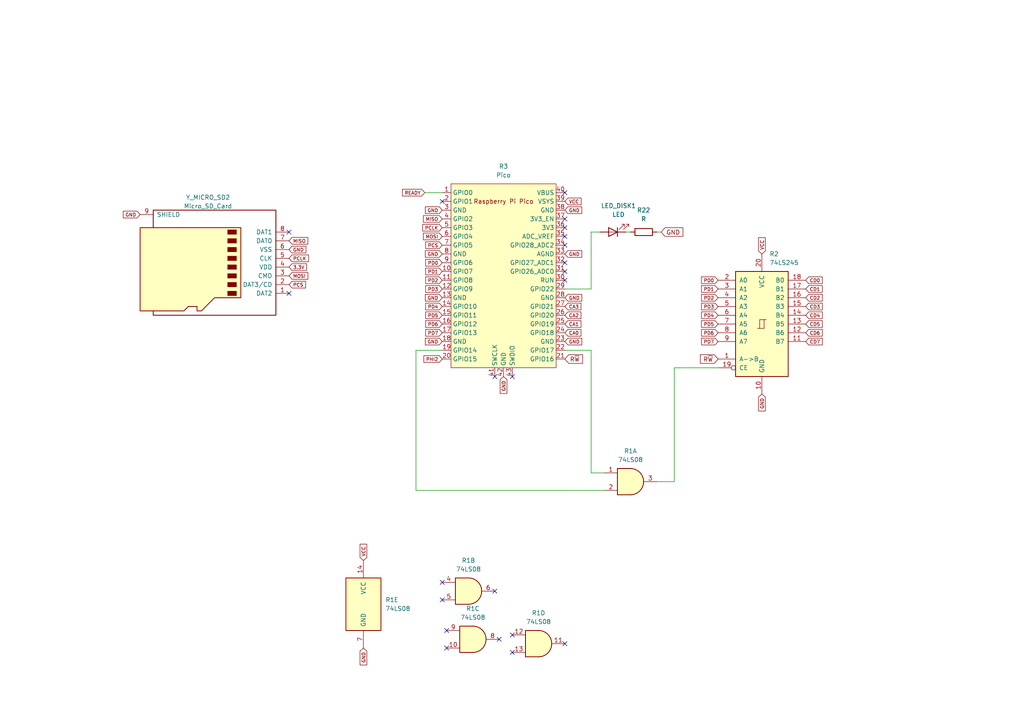
<source format=kicad_sch>
(kicad_sch (version 20231120) (generator "eeschema") (generator_version "8.0")
  (paper "A4")
  (lib_symbols
    (symbol "74xx:74LS08" (pin_names (offset 1.016))
      (property "Reference" "U" (at 0 1.27 0))
      (property "Value" "74LS08" (at 0 -1.27 0))
      (symbol "74LS08_1_1"
        (arc (start 0 -3.81) (mid 3.7934 0) (end 0 3.81) (stroke (width 0.254)) (fill (type background)))
        (polyline (pts (xy 0 3.81) (xy -3.81 3.81) (xy -3.81 -3.81) (xy 0 -3.81)) (stroke (width 0.254)) (fill (type background)))
        (pin input line (at -7.62 2.54 0) (length 3.81) (name "~") (number "1"))
        (pin input line (at -7.62 -2.54 0) (length 3.81) (name "~") (number "2"))
        (pin output line (at 7.62 0 180) (length 3.81) (name "~") (number "3"))
      )
      (symbol "74LS08_1_2"
        (arc (start -3.81 -3.81) (mid -2.589 0) (end -3.81 3.81) (stroke (width 0.254)))
        (arc (start -0.6096 -3.81) (mid 2.1842 -2.5851) (end 3.81 0) (stroke (width 0.254)) (fill (type background)))
        (polyline (pts (xy -3.81 -3.81) (xy -0.635 -3.81)) (stroke (width 0.254)) (fill (type background)))
        (polyline (pts (xy -3.81 3.81) (xy -0.635 3.81)) (stroke (width 0.254)) (fill (type background)))
        (polyline (pts (xy -0.635 3.81) (xy -3.81 3.81) (xy -3.81 3.81) (xy -3.556 3.4036) (xy -3.0226 2.2606) (xy -2.6924 1.0414) (xy -2.6162 -0.254) (xy -2.7686 -1.4986) (xy -3.175 -2.7178) (xy -3.81 -3.81) (xy -3.81 -3.81) (xy -0.635 -3.81)) (stroke (width -25.4)) (fill (type background)))
        (arc (start 3.81 0) (mid 2.1915 2.5936) (end -0.6096 3.81) (stroke (width 0.254)) (fill (type background)))
        (pin input inverted (at -7.62 2.54 0) (length 4.318) (name "~") (number "1"))
        (pin input inverted (at -7.62 -2.54 0) (length 4.318) (name "~") (number "2"))
        (pin output inverted (at 7.62 0 180) (length 3.81) (name "~") (number "3"))
      )
      (symbol "74LS08_2_1"
        (arc (start 0 -3.81) (mid 3.7934 0) (end 0 3.81) (stroke (width 0.254)) (fill (type background)))
        (polyline (pts (xy 0 3.81) (xy -3.81 3.81) (xy -3.81 -3.81) (xy 0 -3.81)) (stroke (width 0.254)) (fill (type background)))
        (pin input line (at -7.62 2.54 0) (length 3.81) (name "~") (number "4"))
        (pin input line (at -7.62 -2.54 0) (length 3.81) (name "~") (number "5"))
        (pin output line (at 7.62 0 180) (length 3.81) (name "~") (number "6"))
      )
      (symbol "74LS08_2_2"
        (arc (start -3.81 -3.81) (mid -2.589 0) (end -3.81 3.81) (stroke (width 0.254)))
        (arc (start -0.6096 -3.81) (mid 2.1842 -2.5851) (end 3.81 0) (stroke (width 0.254)) (fill (type background)))
        (polyline (pts (xy -3.81 -3.81) (xy -0.635 -3.81)) (stroke (width 0.254)) (fill (type background)))
        (polyline (pts (xy -3.81 3.81) (xy -0.635 3.81)) (stroke (width 0.254)) (fill (type background)))
        (polyline (pts (xy -0.635 3.81) (xy -3.81 3.81) (xy -3.81 3.81) (xy -3.556 3.4036) (xy -3.0226 2.2606) (xy -2.6924 1.0414) (xy -2.6162 -0.254) (xy -2.7686 -1.4986) (xy -3.175 -2.7178) (xy -3.81 -3.81) (xy -3.81 -3.81) (xy -0.635 -3.81)) (stroke (width -25.4)) (fill (type background)))
        (arc (start 3.81 0) (mid 2.1915 2.5936) (end -0.6096 3.81) (stroke (width 0.254)) (fill (type background)))
        (pin input inverted (at -7.62 2.54 0) (length 4.318) (name "~") (number "4"))
        (pin input inverted (at -7.62 -2.54 0) (length 4.318) (name "~") (number "5"))
        (pin output inverted (at 7.62 0 180) (length 3.81) (name "~") (number "6"))
      )
      (symbol "74LS08_3_1"
        (arc (start 0 -3.81) (mid 3.7934 0) (end 0 3.81) (stroke (width 0.254)) (fill (type background)))
        (polyline (pts (xy 0 3.81) (xy -3.81 3.81) (xy -3.81 -3.81) (xy 0 -3.81)) (stroke (width 0.254)) (fill (type background)))
        (pin input line (at -7.62 -2.54 0) (length 3.81) (name "~") (number "10"))
        (pin output line (at 7.62 0 180) (length 3.81) (name "~") (number "8"))
        (pin input line (at -7.62 2.54 0) (length 3.81) (name "~") (number "9"))
      )
      (symbol "74LS08_3_2"
        (arc (start -3.81 -3.81) (mid -2.589 0) (end -3.81 3.81) (stroke (width 0.254)))
        (arc (start -0.6096 -3.81) (mid 2.1842 -2.5851) (end 3.81 0) (stroke (width 0.254)) (fill (type background)))
        (polyline (pts (xy -3.81 -3.81) (xy -0.635 -3.81)) (stroke (width 0.254)) (fill (type background)))
        (polyline (pts (xy -3.81 3.81) (xy -0.635 3.81)) (stroke (width 0.254)) (fill (type background)))
        (polyline (pts (xy -0.635 3.81) (xy -3.81 3.81) (xy -3.81 3.81) (xy -3.556 3.4036) (xy -3.0226 2.2606) (xy -2.6924 1.0414) (xy -2.6162 -0.254) (xy -2.7686 -1.4986) (xy -3.175 -2.7178) (xy -3.81 -3.81) (xy -3.81 -3.81) (xy -0.635 -3.81)) (stroke (width -25.4)) (fill (type background)))
        (arc (start 3.81 0) (mid 2.1915 2.5936) (end -0.6096 3.81) (stroke (width 0.254)) (fill (type background)))
        (pin input inverted (at -7.62 -2.54 0) (length 4.318) (name "~") (number "10"))
        (pin output inverted (at 7.62 0 180) (length 3.81) (name "~") (number "8"))
        (pin input inverted (at -7.62 2.54 0) (length 4.318) (name "~") (number "9"))
      )
      (symbol "74LS08_4_1"
        (arc (start 0 -3.81) (mid 3.7934 0) (end 0 3.81) (stroke (width 0.254)) (fill (type background)))
        (polyline (pts (xy 0 3.81) (xy -3.81 3.81) (xy -3.81 -3.81) (xy 0 -3.81)) (stroke (width 0.254)) (fill (type background)))
        (pin output line (at 7.62 0 180) (length 3.81) (name "~") (number "11"))
        (pin input line (at -7.62 2.54 0) (length 3.81) (name "~") (number "12"))
        (pin input line (at -7.62 -2.54 0) (length 3.81) (name "~") (number "13"))
      )
      (symbol "74LS08_4_2"
        (arc (start -3.81 -3.81) (mid -2.589 0) (end -3.81 3.81) (stroke (width 0.254)))
        (arc (start -0.6096 -3.81) (mid 2.1842 -2.5851) (end 3.81 0) (stroke (width 0.254)) (fill (type background)))
        (polyline (pts (xy -3.81 -3.81) (xy -0.635 -3.81)) (stroke (width 0.254)) (fill (type background)))
        (polyline (pts (xy -3.81 3.81) (xy -0.635 3.81)) (stroke (width 0.254)) (fill (type background)))
        (polyline (pts (xy -0.635 3.81) (xy -3.81 3.81) (xy -3.81 3.81) (xy -3.556 3.4036) (xy -3.0226 2.2606) (xy -2.6924 1.0414) (xy -2.6162 -0.254) (xy -2.7686 -1.4986) (xy -3.175 -2.7178) (xy -3.81 -3.81) (xy -3.81 -3.81) (xy -0.635 -3.81)) (stroke (width -25.4)) (fill (type background)))
        (arc (start 3.81 0) (mid 2.1915 2.5936) (end -0.6096 3.81) (stroke (width 0.254)) (fill (type background)))
        (pin output inverted (at 7.62 0 180) (length 3.81) (name "~") (number "11"))
        (pin input inverted (at -7.62 2.54 0) (length 4.318) (name "~") (number "12"))
        (pin input inverted (at -7.62 -2.54 0) (length 4.318) (name "~") (number "13"))
      )
      (symbol "74LS08_5_0"
        (pin power_in line (at 0 12.7 270) (length 5.08) (name "VCC") (number "14"))
        (pin power_in line (at 0 -12.7 90) (length 5.08) (name "GND") (number "7"))
      )
      (symbol "74LS08_5_1"
        (rectangle (start -5.08 7.62) (end 5.08 -7.62) (stroke (width 0.254)) (fill (type background)))
      )
    )
    (symbol "74xx:74LS245" (pin_names (offset 1.016))
      (property "Reference" "U" (at -7.62 16.51 0))
      (property "Value" "74LS245" (at -7.62 -16.51 0))
      (symbol "74LS245_1_0"
        (polyline (pts (xy -0.635 -1.27) (xy -0.635 1.27) (xy 0.635 1.27)))
        (polyline (pts (xy -1.27 -1.27) (xy 0.635 -1.27) (xy 0.635 1.27) (xy 1.27 1.27)))
        (pin input line (at -12.7 -10.16 0) (length 5.08) (name "A->B") (number "1"))
        (pin power_in line (at 0 -20.32 90) (length 5.08) (name "GND") (number "10"))
        (pin tri_state line (at 12.7 -5.08 180) (length 5.08) (name "B7") (number "11"))
        (pin tri_state line (at 12.7 -2.54 180) (length 5.08) (name "B6") (number "12"))
        (pin tri_state line (at 12.7 0 180) (length 5.08) (name "B5") (number "13"))
        (pin tri_state line (at 12.7 2.54 180) (length 5.08) (name "B4") (number "14"))
        (pin tri_state line (at 12.7 5.08 180) (length 5.08) (name "B3") (number "15"))
        (pin tri_state line (at 12.7 7.62 180) (length 5.08) (name "B2") (number "16"))
        (pin tri_state line (at 12.7 10.16 180) (length 5.08) (name "B1") (number "17"))
        (pin tri_state line (at 12.7 12.7 180) (length 5.08) (name "B0") (number "18"))
        (pin input inverted (at -12.7 -12.7 0) (length 5.08) (name "CE") (number "19"))
        (pin tri_state line (at -12.7 12.7 0) (length 5.08) (name "A0") (number "2"))
        (pin power_in line (at 0 20.32 270) (length 5.08) (name "VCC") (number "20"))
        (pin tri_state line (at -12.7 10.16 0) (length 5.08) (name "A1") (number "3"))
        (pin tri_state line (at -12.7 7.62 0) (length 5.08) (name "A2") (number "4"))
        (pin tri_state line (at -12.7 5.08 0) (length 5.08) (name "A3") (number "5"))
        (pin tri_state line (at -12.7 2.54 0) (length 5.08) (name "A4") (number "6"))
        (pin tri_state line (at -12.7 0 0) (length 5.08) (name "A5") (number "7"))
        (pin tri_state line (at -12.7 -2.54 0) (length 5.08) (name "A6") (number "8"))
        (pin tri_state line (at -12.7 -5.08 0) (length 5.08) (name "A7") (number "9"))
      )
      (symbol "74LS245_1_1"
        (rectangle (start -7.62 15.24) (end 7.62 -15.24) (stroke (width 0.254)) (fill (type background)))
      )
    )
    (symbol "Connector:Micro_SD_Card" (pin_names (offset 1.016))
      (property "Reference" "J" (at -16.51 15.24 0))
      (property "Value" "Micro_SD_Card" (at 16.51 15.24 0))
      (symbol "Micro_SD_Card_0_1"
        (rectangle (start -7.62 -9.525) (end -5.08 -10.795) (fill (type outline)))
        (rectangle (start -7.62 -6.985) (end -5.08 -8.255) (fill (type outline)))
        (rectangle (start -7.62 -4.445) (end -5.08 -5.715) (fill (type outline)))
        (rectangle (start -7.62 -1.905) (end -5.08 -3.175) (fill (type outline)))
        (rectangle (start -7.62 0.635) (end -5.08 -0.635) (fill (type outline)))
        (rectangle (start -7.62 3.175) (end -5.08 1.905) (fill (type outline)))
        (rectangle (start -7.62 5.715) (end -5.08 4.445) (fill (type outline)))
        (rectangle (start -7.62 8.255) (end -5.08 6.985) (fill (type outline)))
        (polyline (pts (xy 16.51 12.7) (xy 16.51 13.97) (xy -19.05 13.97) (xy -19.05 -16.51) (xy 16.51 -16.51) (xy 16.51 -11.43)) (stroke (width 0.254)))
        (polyline (pts (xy -8.89 -11.43) (xy -8.89 8.89) (xy -1.27 8.89) (xy 2.54 12.7) (xy 3.81 12.7) (xy 3.81 11.43) (xy 6.35 11.43) (xy 7.62 12.7) (xy 20.32 12.7) (xy 20.32 -11.43) (xy -8.89 -11.43)) (stroke (width 0.254)) (fill (type background)))
      )
      (symbol "Micro_SD_Card_1_1"
        (pin bidirectional line (at -22.86 7.62 0) (length 3.81) (name "DAT2") (number "1"))
        (pin bidirectional line (at -22.86 5.08 0) (length 3.81) (name "DAT3/CD") (number "2"))
        (pin input line (at -22.86 2.54 0) (length 3.81) (name "CMD") (number "3"))
        (pin power_in line (at -22.86 0 0) (length 3.81) (name "VDD") (number "4"))
        (pin input line (at -22.86 -2.54 0) (length 3.81) (name "CLK") (number "5"))
        (pin power_in line (at -22.86 -5.08 0) (length 3.81) (name "VSS") (number "6"))
        (pin bidirectional line (at -22.86 -7.62 0) (length 3.81) (name "DAT0") (number "7"))
        (pin bidirectional line (at -22.86 -10.16 0) (length 3.81) (name "DAT1") (number "8"))
        (pin passive line (at 20.32 -15.24 180) (length 3.81) (name "SHIELD") (number "9"))
      )
    )
    (symbol "Device:LED" (pin_numbers hide) (pin_names (offset 1.016) hide)
      (property "Reference" "D" (at 0 2.54 0))
      (property "Value" "LED" (at 0 -2.54 0))
      (symbol "LED_0_1"
        (polyline (pts (xy -1.27 -1.27) (xy -1.27 1.27)) (stroke (width 0.254)))
        (polyline (pts (xy -1.27 0) (xy 1.27 0)))
        (polyline (pts (xy 1.27 -1.27) (xy 1.27 1.27) (xy -1.27 0) (xy 1.27 -1.27)) (stroke (width 0.254)))
        (polyline (pts (xy -3.048 -0.762) (xy -4.572 -2.286) (xy -3.81 -2.286) (xy -4.572 -2.286) (xy -4.572 -1.524)))
        (polyline (pts (xy -1.778 -0.762) (xy -3.302 -2.286) (xy -2.54 -2.286) (xy -3.302 -2.286) (xy -3.302 -1.524)))
      )
      (symbol "LED_1_1"
        (pin passive line (at -3.81 0 0) (length 2.54) (name "K") (number "1"))
        (pin passive line (at 3.81 0 180) (length 2.54) (name "A") (number "2"))
      )
    )
    (symbol "Device:R" (pin_numbers hide) (pin_names (offset 0))
      (property "Reference" "R" (at 2.032 0 90))
      (property "Value" "R" (at 0 0 90))
      (symbol "R_0_1"
        (rectangle (start -1.016 -2.54) (end 1.016 2.54) (stroke (width 0.254)))
      )
      (symbol "R_1_1"
        (pin passive line (at 0 3.81 270) (length 1.27) (name "~") (number "1"))
        (pin passive line (at 0 -3.81 90) (length 1.27) (name "~") (number "2"))
      )
    )
    (symbol "MCU_RaspberryPi_and_Boards:Pico"
      (property "Reference" "U" (at -13.97 27.94 0))
      (property "Value" "Pico" (at 0 19.05 0))
      (symbol "Pico_0_0"
        (text "Raspberry Pi Pico" (at 0 21.59 0) (effects (font (size 1.27 1.27))))
      )
      (symbol "Pico_0_1"
        (rectangle (start -15.24 26.67) (end 15.24 -26.67) (fill (type background)))
      )
      (symbol "Pico_1_1"
        (pin bidirectional line (at -17.78 24.13 0) (length 2.54) (name "GPIO0") (number "1"))
        (pin bidirectional line (at -17.78 1.27 0) (length 2.54) (name "GPIO7") (number "10"))
        (pin bidirectional line (at -17.78 -1.27 0) (length 2.54) (name "GPIO8") (number "11"))
        (pin bidirectional line (at -17.78 -3.81 0) (length 2.54) (name "GPIO9") (number "12"))
        (pin power_in line (at -17.78 -6.35 0) (length 2.54) (name "GND") (number "13"))
        (pin bidirectional line (at -17.78 -8.89 0) (length 2.54) (name "GPIO10") (number "14"))
        (pin bidirectional line (at -17.78 -11.43 0) (length 2.54) (name "GPIO11") (number "15"))
        (pin bidirectional line (at -17.78 -13.97 0) (length 2.54) (name "GPIO12") (number "16"))
        (pin bidirectional line (at -17.78 -16.51 0) (length 2.54) (name "GPIO13") (number "17"))
        (pin power_in line (at -17.78 -19.05 0) (length 2.54) (name "GND") (number "18"))
        (pin bidirectional line (at -17.78 -21.59 0) (length 2.54) (name "GPIO14") (number "19"))
        (pin bidirectional line (at -17.78 21.59 0) (length 2.54) (name "GPIO1") (number "2"))
        (pin bidirectional line (at -17.78 -24.13 0) (length 2.54) (name "GPIO15") (number "20"))
        (pin bidirectional line (at 17.78 -24.13 180) (length 2.54) (name "GPIO16") (number "21"))
        (pin bidirectional line (at 17.78 -21.59 180) (length 2.54) (name "GPIO17") (number "22"))
        (pin power_in line (at 17.78 -19.05 180) (length 2.54) (name "GND") (number "23"))
        (pin bidirectional line (at 17.78 -16.51 180) (length 2.54) (name "GPIO18") (number "24"))
        (pin bidirectional line (at 17.78 -13.97 180) (length 2.54) (name "GPIO19") (number "25"))
        (pin bidirectional line (at 17.78 -11.43 180) (length 2.54) (name "GPIO20") (number "26"))
        (pin bidirectional line (at 17.78 -8.89 180) (length 2.54) (name "GPIO21") (number "27"))
        (pin power_in line (at 17.78 -6.35 180) (length 2.54) (name "GND") (number "28"))
        (pin bidirectional line (at 17.78 -3.81 180) (length 2.54) (name "GPIO22") (number "29"))
        (pin power_in line (at -17.78 19.05 0) (length 2.54) (name "GND") (number "3"))
        (pin input line (at 17.78 -1.27 180) (length 2.54) (name "RUN") (number "30"))
        (pin bidirectional line (at 17.78 1.27 180) (length 2.54) (name "GPIO26_ADC0") (number "31"))
        (pin bidirectional line (at 17.78 3.81 180) (length 2.54) (name "GPIO27_ADC1") (number "32"))
        (pin power_in line (at 17.78 6.35 180) (length 2.54) (name "AGND") (number "33"))
        (pin bidirectional line (at 17.78 8.89 180) (length 2.54) (name "GPIO28_ADC2") (number "34"))
        (pin power_in line (at 17.78 11.43 180) (length 2.54) (name "ADC_VREF") (number "35"))
        (pin power_in line (at 17.78 13.97 180) (length 2.54) (name "3V3") (number "36"))
        (pin input line (at 17.78 16.51 180) (length 2.54) (name "3V3_EN") (number "37"))
        (pin bidirectional line (at 17.78 19.05 180) (length 2.54) (name "GND") (number "38"))
        (pin power_in line (at 17.78 21.59 180) (length 2.54) (name "VSYS") (number "39"))
        (pin bidirectional line (at -17.78 16.51 0) (length 2.54) (name "GPIO2") (number "4"))
        (pin power_in line (at 17.78 24.13 180) (length 2.54) (name "VBUS") (number "40"))
        (pin input line (at -2.54 -29.21 90) (length 2.54) (name "SWCLK") (number "41"))
        (pin power_in line (at 0 -29.21 90) (length 2.54) (name "GND") (number "42"))
        (pin bidirectional line (at 2.54 -29.21 90) (length 2.54) (name "SWDIO") (number "43"))
        (pin bidirectional line (at -17.78 13.97 0) (length 2.54) (name "GPIO3") (number "5"))
        (pin bidirectional line (at -17.78 11.43 0) (length 2.54) (name "GPIO4") (number "6"))
        (pin bidirectional line (at -17.78 8.89 0) (length 2.54) (name "GPIO5") (number "7"))
        (pin power_in line (at -17.78 6.35 0) (length 2.54) (name "GND") (number "8"))
        (pin bidirectional line (at -17.78 3.81 0) (length 2.54) (name "GPIO6") (number "9"))
      )
    )
  )
  (no_connect (at 143.51 171.45))
  (no_connect (at 129.54 182.88))
  (no_connect (at 128.27 168.91))
  (no_connect (at 128.27 58.42))
  (no_connect (at 163.83 68.58))
  (no_connect (at 163.83 71.12))
  (no_connect (at 163.83 78.74))
  (no_connect (at 163.83 55.88))
  (no_connect (at 83.82 67.31))
  (no_connect (at 163.83 66.04))
  (no_connect (at 144.78 185.42))
  (no_connect (at 148.59 189.23))
  (no_connect (at 128.27 173.99))
  (no_connect (at 143.51 109.22))
  (no_connect (at 148.59 109.22))
  (no_connect (at 129.54 187.96))
  (no_connect (at 163.83 81.28))
  (no_connect (at 163.83 76.2))
  (no_connect (at 83.82 85.09))
  (no_connect (at 163.83 63.5))
  (no_connect (at 163.83 186.69))
  (no_connect (at 148.59 184.15))
  (wire (pts (xy 123.19 55.88) (xy 128.27 55.88)))
  (wire (pts (xy 120.65 101.6) (xy 120.65 142.24)))
  (wire (pts (xy 163.83 101.6) (xy 171.45 101.6)))
  (wire (pts (xy 171.45 83.82) (xy 171.45 67.31)))
  (wire (pts (xy 120.65 142.24) (xy 175.26 142.24)))
  (wire (pts (xy 195.58 106.68) (xy 208.28 106.68)))
  (wire (pts (xy 195.58 106.68) (xy 195.58 139.7)))
  (wire (pts (xy 171.45 101.6) (xy 171.45 137.16)))
  (wire (pts (xy 128.27 101.6) (xy 120.65 101.6)))
  (wire (pts (xy 191.77 67.31) (xy 190.5 67.31)))
  (wire (pts (xy 171.45 67.31) (xy 173.99 67.31)))
  (wire (pts (xy 171.45 137.16) (xy 175.26 137.16)))
  (wire (pts (xy 163.83 83.82) (xy 171.45 83.82)))
  (wire (pts (xy 182.88 67.31) (xy 181.61 67.31)))
  (wire (pts (xy 190.5 139.7) (xy 195.58 139.7)))
  (global_label "VCC" (shape input) (at 163.83 58.42 0) (effects (font (size 0.9906 0.9906))) (property "Intersheetrefs" "${INTERSHEET_REFS}" (effects (hide yes))))
  (global_label "GND" (shape input) (at 40.64 62.23 180) (effects (font (size 0.9906 0.9906))) (property "Intersheetrefs" "${INTERSHEET_REFS}" (effects (hide yes))))
  (global_label "MOSI" (shape input) (at 128.27 68.58 180) (effects (font (size 0.9906 0.9906))) (property "Intersheetrefs" "${INTERSHEET_REFS}" (effects (hide yes))))
  (global_label "PCLK" (shape input) (at 83.82 74.93 0) (effects (font (size 0.9906 0.9906))) (property "Intersheetrefs" "${INTERSHEET_REFS}" (effects (hide yes))))
  (global_label "MISO" (shape input) (at 128.27 63.5 180) (effects (font (size 0.9906 0.9906))) (property "Intersheetrefs" "${INTERSHEET_REFS}" (effects (hide yes))))
  (global_label "PD2" (shape input) (at 128.27 81.28 180) (effects (font (size 0.9906 0.9906))) (property "Intersheetrefs" "${INTERSHEET_REFS}" (effects (hide yes))))
  (global_label "PD3" (shape input) (at 128.27 83.82 180) (effects (font (size 0.9906 0.9906))) (property "Intersheetrefs" "${INTERSHEET_REFS}" (effects (hide yes))))
  (global_label "PCS" (shape input) (at 83.82 82.55 0) (effects (font (size 0.9906 0.9906))) (property "Intersheetrefs" "${INTERSHEET_REFS}" (effects (hide yes))))
  (global_label "PD7" (shape input) (at 208.28 99.06 180) (effects (font (size 0.9906 0.9906))) (property "Intersheetrefs" "${INTERSHEET_REFS}" (effects (hide yes))))
  (global_label "GND" (shape input) (at 128.27 86.36 180) (effects (font (size 0.9906 0.9906))) (property "Intersheetrefs" "${INTERSHEET_REFS}" (effects (hide yes))))
  (global_label "CD1" (shape input) (at 233.68 83.82 0) (effects (font (size 0.9906 0.9906))) (property "Intersheetrefs" "${INTERSHEET_REFS}" (effects (hide yes))))
  (global_label "GND" (shape input) (at 163.83 99.06 0) (effects (font (size 0.9906 0.9906))) (property "Intersheetrefs" "${INTERSHEET_REFS}" (effects (hide yes))))
  (global_label "CD6" (shape input) (at 233.68 96.52 0) (effects (font (size 0.9906 0.9906))) (property "Intersheetrefs" "${INTERSHEET_REFS}" (effects (hide yes))))
  (global_label "PD5" (shape input) (at 208.28 93.98 180) (effects (font (size 0.9906 0.9906))) (property "Intersheetrefs" "${INTERSHEET_REFS}" (effects (hide yes))))
  (global_label "3.3V" (shape input) (at 83.82 77.47 0) (effects (font (size 0.9906 0.9906))) (property "Intersheetrefs" "${INTERSHEET_REFS}" (effects (hide yes))))
  (global_label "CA3" (shape input) (at 163.83 88.9 0) (effects (font (size 0.9906 0.9906))) (property "Intersheetrefs" "${INTERSHEET_REFS}" (effects (hide yes))))
  (global_label "VCC" (shape input) (at 105.41 162.56 90) (effects (font (size 0.9906 0.9906))) (property "Intersheetrefs" "${INTERSHEET_REFS}" (effects (hide yes))))
  (global_label "PCS" (shape input) (at 128.27 71.12 180) (effects (font (size 0.9906 0.9906))) (property "Intersheetrefs" "${INTERSHEET_REFS}" (effects (hide yes))))
  (global_label "PD7" (shape input) (at 128.27 96.52 180) (effects (font (size 0.9906 0.9906))) (property "Intersheetrefs" "${INTERSHEET_REFS}" (effects (hide yes))))
  (global_label "PCLK" (shape input) (at 128.27 66.04 180) (effects (font (size 0.9906 0.9906))) (property "Intersheetrefs" "${INTERSHEET_REFS}" (effects (hide yes))))
  (global_label "PD4" (shape input) (at 128.27 88.9 180) (effects (font (size 0.9906 0.9906))) (property "Intersheetrefs" "${INTERSHEET_REFS}" (effects (hide yes))))
  (global_label "CD7" (shape input) (at 233.68 99.06 0) (effects (font (size 0.9906 0.9906))) (property "Intersheetrefs" "${INTERSHEET_REFS}" (effects (hide yes))))
  (global_label "CA2" (shape input) (at 163.83 91.44 0) (effects (font (size 0.9906 0.9906))) (property "Intersheetrefs" "${INTERSHEET_REFS}" (effects (hide yes))))
  (global_label "PD4" (shape input) (at 208.28 91.44 180) (effects (font (size 0.9906 0.9906))) (property "Intersheetrefs" "${INTERSHEET_REFS}" (effects (hide yes))))
  (global_label "PD0" (shape input) (at 128.27 76.2 180) (effects (font (size 0.9906 0.9906))) (property "Intersheetrefs" "${INTERSHEET_REFS}" (effects (hide yes))))
  (global_label "R~{W}" (shape input) (at 163.83 104.14 0) (property "Intersheetrefs" "${INTERSHEET_REFS}" (effects (hide yes))))
  (global_label "READY" (shape input) (at 123.19 55.88 180) (effects (font (size 0.9906 0.9906))) (property "Intersheetrefs" "${INTERSHEET_REFS}" (effects (hide yes))))
  (global_label "MOSI" (shape input) (at 83.82 80.01 0) (effects (font (size 0.9906 0.9906))) (property "Intersheetrefs" "${INTERSHEET_REFS}" (effects (hide yes))))
  (global_label "GND" (shape input) (at 128.27 73.66 180) (effects (font (size 0.9906 0.9906))) (property "Intersheetrefs" "${INTERSHEET_REFS}" (effects (hide yes))))
  (global_label "PD1" (shape input) (at 208.28 83.82 180) (effects (font (size 0.9906 0.9906))) (property "Intersheetrefs" "${INTERSHEET_REFS}" (effects (hide yes))))
  (global_label "GND" (shape input) (at 146.05 109.22 270) (effects (font (size 0.9906 0.9906))) (property "Intersheetrefs" "${INTERSHEET_REFS}" (effects (hide yes))))
  (global_label "PD3" (shape input) (at 208.28 88.9 180) (effects (font (size 0.9906 0.9906))) (property "Intersheetrefs" "${INTERSHEET_REFS}" (effects (hide yes))))
  (global_label "CD4" (shape input) (at 233.68 91.44 0) (effects (font (size 0.9906 0.9906))) (property "Intersheetrefs" "${INTERSHEET_REFS}" (effects (hide yes))))
  (global_label "PD0" (shape input) (at 208.28 81.28 180) (effects (font (size 0.9906 0.9906))) (property "Intersheetrefs" "${INTERSHEET_REFS}" (effects (hide yes))))
  (global_label "GND" (shape input) (at 83.82 72.39 0) (effects (font (size 0.9906 0.9906))) (property "Intersheetrefs" "${INTERSHEET_REFS}" (effects (hide yes))))
  (global_label "PD1" (shape input) (at 128.27 78.74 180) (effects (font (size 0.9906 0.9906))) (property "Intersheetrefs" "${INTERSHEET_REFS}" (effects (hide yes))))
  (global_label "PD5" (shape input) (at 128.27 91.44 180) (effects (font (size 0.9906 0.9906))) (property "Intersheetrefs" "${INTERSHEET_REFS}" (effects (hide yes))))
  (global_label "GND" (shape input) (at 163.83 86.36 0) (effects (font (size 0.9906 0.9906))) (property "Intersheetrefs" "${INTERSHEET_REFS}" (effects (hide yes))))
  (global_label "GND" (shape input) (at 191.77 67.31 0) (property "Intersheetrefs" "${INTERSHEET_REFS}" (effects (hide yes))))
  (global_label "GND" (shape input) (at 163.83 73.66 0) (effects (font (size 0.9906 0.9906))) (property "Intersheetrefs" "${INTERSHEET_REFS}" (effects (hide yes))))
  (global_label "CA0" (shape input) (at 163.83 96.52 0) (effects (font (size 0.9906 0.9906))) (property "Intersheetrefs" "${INTERSHEET_REFS}" (effects (hide yes))))
  (global_label "GND" (shape input) (at 128.27 60.96 180) (effects (font (size 0.9906 0.9906))) (property "Intersheetrefs" "${INTERSHEET_REFS}" (effects (hide yes))))
  (global_label "CD2" (shape input) (at 233.68 86.36 0) (effects (font (size 0.9906 0.9906))) (property "Intersheetrefs" "${INTERSHEET_REFS}" (effects (hide yes))))
  (global_label "CD5" (shape input) (at 233.68 93.98 0) (effects (font (size 0.9906 0.9906))) (property "Intersheetrefs" "${INTERSHEET_REFS}" (effects (hide yes))))
  (global_label "PHI2" (shape input) (at 128.27 104.14 180) (effects (font (size 0.9906 0.9906))) (property "Intersheetrefs" "${INTERSHEET_REFS}" (effects (hide yes))))
  (global_label "PD6" (shape input) (at 128.27 93.98 180) (effects (font (size 0.9906 0.9906))) (property "Intersheetrefs" "${INTERSHEET_REFS}" (effects (hide yes))))
  (global_label "PD6" (shape input) (at 208.28 96.52 180) (effects (font (size 0.9906 0.9906))) (property "Intersheetrefs" "${INTERSHEET_REFS}" (effects (hide yes))))
  (global_label "CD3" (shape input) (at 233.68 88.9 0) (effects (font (size 0.9906 0.9906))) (property "Intersheetrefs" "${INTERSHEET_REFS}" (effects (hide yes))))
  (global_label "CD0" (shape input) (at 233.68 81.28 0) (effects (font (size 0.9906 0.9906))) (property "Intersheetrefs" "${INTERSHEET_REFS}" (effects (hide yes))))
  (global_label "GND" (shape input) (at 105.41 187.96 270) (effects (font (size 0.9906 0.9906))) (property "Intersheetrefs" "${INTERSHEET_REFS}" (effects (hide yes))))
  (global_label "VCC" (shape input) (at 220.98 73.66 90) (effects (font (size 0.9906 0.9906))) (property "Intersheetrefs" "${INTERSHEET_REFS}" (effects (hide yes))))
  (global_label "GND" (shape input) (at 163.83 60.96 0) (effects (font (size 0.9906 0.9906))) (property "Intersheetrefs" "${INTERSHEET_REFS}" (effects (hide yes))))
  (global_label "MISO" (shape input) (at 83.82 69.85 0) (effects (font (size 0.9906 0.9906))) (property "Intersheetrefs" "${INTERSHEET_REFS}" (effects (hide yes))))
  (global_label "GND" (shape input) (at 128.27 99.06 180) (effects (font (size 0.9906 0.9906))) (property "Intersheetrefs" "${INTERSHEET_REFS}" (effects (hide yes))))
  (global_label "R~{W}" (shape input) (at 208.28 104.14 180) (property "Intersheetrefs" "${INTERSHEET_REFS}" (effects (hide yes))))
  (global_label "CA1" (shape input) (at 163.83 93.98 0) (effects (font (size 0.9906 0.9906))) (property "Intersheetrefs" "${INTERSHEET_REFS}" (effects (hide yes))))
  (global_label "GND" (shape input) (at 220.98 114.3 270) (effects (font (size 0.9906 0.9906))) (property "Intersheetrefs" "${INTERSHEET_REFS}" (effects (hide yes))))
  (global_label "PD2" (shape input) (at 208.28 86.36 180) (effects (font (size 0.9906 0.9906))) (property "Intersheetrefs" "${INTERSHEET_REFS}" (effects (hide yes))))
  (symbol (lib_id "74xx:74LS245") (at 220.98 93.98 0) (unit 1)
    (property "Reference" "R2" (at 223.1741 73.66 0) (effects (justify left)))
    (property "Value" "74LS245" (at 223.1741 76.2 0) (effects (justify left)))
    (property "Footprint" "Package_DIP:DIP-20_W7.62mm_Socket" (effects (hide yes)))
    (property "Datasheet" "http://www.ti.com/lit/gpn/sn74LS245" (effects (hide yes)))
    (property "Description" "Octal BUS Transceivers, 3-State outputs" (effects (hide yes)))
  )
  (symbol (lib_id "Device:R") (at 186.69 67.31 90) (unit 1)
    (property "Reference" "R22" (at 186.69 60.96 90))
    (property "Value" "R" (at 186.69 63.5 90))
    (property "Footprint" "Resistor_SMD:R_0603_1608Metric_Pad0.98x0.95mm_HandSolder" (effects (hide yes)))
    (property "Description" "Resistor" (effects (hide yes)))
  )
  (symbol (lib_id "74xx:74LS08") (at 182.88 139.7 0) (unit 1)
    (property "Reference" "R1" (at 182.8717 130.81 0))
    (property "Value" "74LS08" (at 182.8717 133.35 0))
    (property "Footprint" "Package_DIP:DIP-14_W7.62mm_Socket" (effects (hide yes)))
    (property "Datasheet" "http://www.ti.com/lit/gpn/sn74LS08" (effects (hide yes)))
    (property "Description" "Quad And2" (effects (hide yes)))
  )
  (symbol (lib_id "74xx:74LS08") (at 135.89 171.45 0) (unit 2)
    (property "Reference" "R1" (at 135.8817 162.56 0))
    (property "Value" "74LS08" (at 135.8817 165.1 0))
    (property "Footprint" "Package_DIP:DIP-14_W7.62mm_Socket" (effects (hide yes)))
    (property "Datasheet" "http://www.ti.com/lit/gpn/sn74LS08" (effects (hide yes)))
    (property "Description" "Quad And2" (effects (hide yes)))
  )
  (symbol (lib_id "74xx:74LS08") (at 105.41 175.26 0) (unit 5)
    (property "Reference" "R1" (at 111.76 173.9899 0) (effects (justify left)))
    (property "Value" "74LS08" (at 111.76 176.5299 0) (effects (justify left)))
    (property "Footprint" "Package_DIP:DIP-14_W7.62mm_Socket" (effects (hide yes)))
    (property "Datasheet" "http://www.ti.com/lit/gpn/sn74LS08" (effects (hide yes)))
    (property "Description" "Quad And2" (effects (hide yes)))
  )
  (symbol (lib_id "74xx:74LS08") (at 156.21 186.69 0) (unit 4)
    (property "Reference" "R1" (at 156.2017 177.8 0))
    (property "Value" "74LS08" (at 156.2017 180.34 0))
    (property "Footprint" "Package_DIP:DIP-14_W7.62mm_Socket" (effects (hide yes)))
    (property "Datasheet" "http://www.ti.com/lit/gpn/sn74LS08" (effects (hide yes)))
    (property "Description" "Quad And2" (effects (hide yes)))
  )
  (symbol (lib_id "74xx:74LS08") (at 137.16 185.42 0) (unit 3)
    (property "Reference" "R1" (at 137.1517 176.53 0))
    (property "Value" "74LS08" (at 137.1517 179.07 0))
    (property "Footprint" "Package_DIP:DIP-14_W7.62mm_Socket" (effects (hide yes)))
    (property "Datasheet" "http://www.ti.com/lit/gpn/sn74LS08" (effects (hide yes)))
    (property "Description" "Quad And2" (effects (hide yes)))
  )
  (symbol (lib_id "MCU_RaspberryPi_and_Boards:Pico") (at 146.05 80.01 0) (unit 1)
    (property "Reference" "R3" (at 146.05 48.26 0))
    (property "Value" "Pico" (at 146.05 50.8 0))
    (property "Footprint" "MCU_RaspberryPi_and_Boards:RPi_Pico_SMD_TH" (effects (hide yes)))
  )
  (symbol (lib_id "Connector:Micro_SD_Card") (at 60.96 77.47 180) (unit 1)
    (property "Reference" "Y_MICRO_SD2" (at 60.325 57.2602 0))
    (property "Value" "Micro_SD_Card" (at 60.325 59.7971 0))
    (property "Footprint" "sdcard:microSD_Amazon2" (effects (hide yes)))
    (property "Datasheet" "http://katalog.we-online.de/em/datasheet/693072010801.pdf" (effects (hide yes)))
  )
  (symbol (lib_id "Device:LED") (at 177.8 67.31 180) (unit 1)
    (property "Reference" "LED_DISK1" (at 179.3875 59.69 0))
    (property "Value" "LED" (at 179.3875 62.23 0))
    (property "Footprint" "LED_THT:LED_D5.0mm" (effects (hide yes)))
    (property "Description" "Light emitting diode" (effects (hide yes)))
  )
)
</source>
